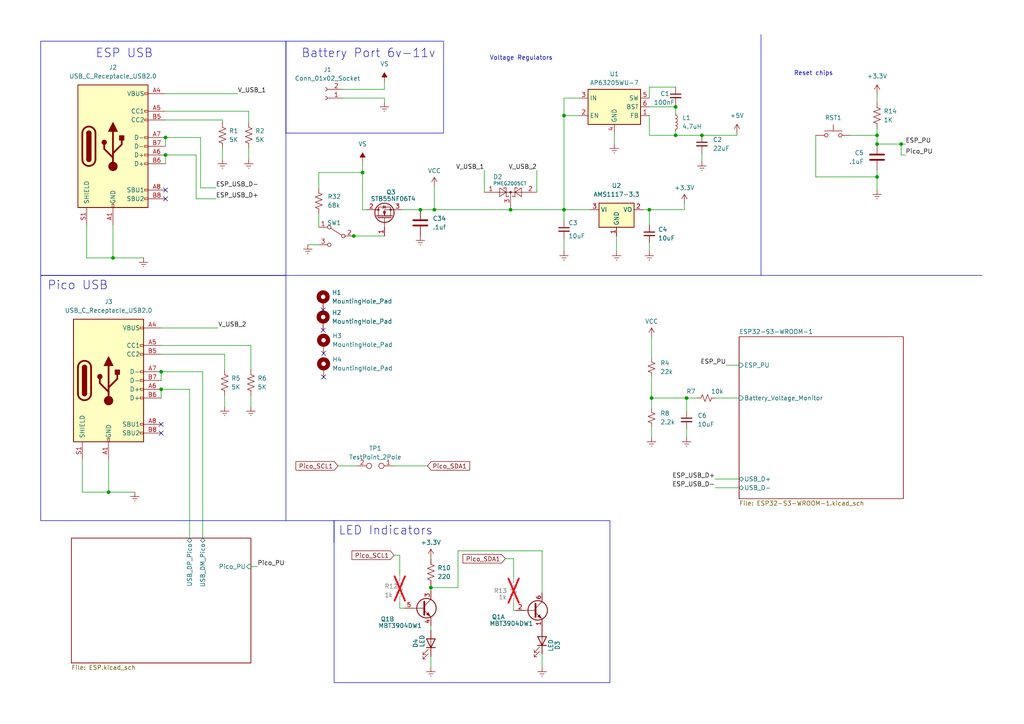
<source format=kicad_sch>
(kicad_sch (version 20230121) (generator eeschema)
  (paper "A4")
  (lib_symbols
    (symbol "Connector:Conn_01x02_Socket" (pin_names (offset 1.016) hide)
      (property "Reference" "J" (at 0 2.54 0))
      (property "Value" "Conn_01x02_Socket" (at 0 -5.08 0))
      (symbol "Conn_01x02_Socket_1_1"
        (arc (start 0 -2.032) (mid -0.5058 -2.54) (end 0 -3.048) (stroke (width 0.1524)))
        (polyline (pts (xy -1.27 -2.54) (xy -0.508 -2.54)) (stroke (width 0.1524)))
        (polyline (pts (xy -1.27 0) (xy -0.508 0)) (stroke (width 0.1524)))
        (arc (start 0 0.508) (mid -0.5058 0) (end 0 -0.508) (stroke (width 0.1524)))
        (pin passive line (at -5.08 0 0) (length 3.81) (name "Pin_1") (number "1"))
        (pin passive line (at -5.08 -2.54 0) (length 3.81) (name "Pin_2") (number "2"))
      )
    )
    (symbol "Connector:TestPoint_2Pole" (pin_names (offset 0.762) hide)
      (property "Reference" "TP" (at 0 1.524 0))
      (property "Value" "TestPoint_2Pole" (at 0 -1.778 0))
      (symbol "TestPoint_2Pole_0_1"
        (circle (center -1.778 0) (radius 0.762))
        (circle (center 1.778 0) (radius 0.762))
        (pin passive line (at -5.08 0 0) (length 2.54) (name "1") (number "1"))
        (pin passive line (at 5.08 0 180) (length 2.54) (name "2") (number "2"))
      )
    )
    (symbol "Connector:USB_C_Receptacle_USB2.0" (pin_names (offset 1.016))
      (property "Reference" "J" (at -10.16 19.05 0))
      (property "Value" "USB_C_Receptacle_USB2.0" (at 19.05 19.05 0))
      (symbol "USB_C_Receptacle_USB2.0_0_0"
        (rectangle (start -0.254 -17.78) (end 0.254 -16.764))
        (rectangle (start 10.16 -14.986) (end 9.144 -15.494))
        (rectangle (start 10.16 -12.446) (end 9.144 -12.954))
        (rectangle (start 10.16 -4.826) (end 9.144 -5.334))
        (rectangle (start 10.16 -2.286) (end 9.144 -2.794))
        (rectangle (start 10.16 0.254) (end 9.144 -0.254))
        (rectangle (start 10.16 2.794) (end 9.144 2.286))
        (rectangle (start 10.16 7.874) (end 9.144 7.366))
        (rectangle (start 10.16 10.414) (end 9.144 9.906))
        (rectangle (start 10.16 15.494) (end 9.144 14.986))
      )
      (symbol "USB_C_Receptacle_USB2.0_0_1"
        (rectangle (start -10.16 17.78) (end 10.16 -17.78) (stroke (width 0.254)) (fill (type background)))
        (arc (start -8.89 -3.81) (mid -6.985 -5.7067) (end -5.08 -3.81) (stroke (width 0.508)))
        (arc (start -7.62 -3.81) (mid -6.985 -4.4423) (end -6.35 -3.81) (stroke (width 0.254)))
        (arc (start -7.62 -3.81) (mid -6.985 -4.4423) (end -6.35 -3.81) (stroke (width 0.254)) (fill (type outline)))
        (rectangle (start -7.62 -3.81) (end -6.35 3.81) (stroke (width 0.254)) (fill (type outline)))
        (arc (start -6.35 3.81) (mid -6.985 4.4423) (end -7.62 3.81) (stroke (width 0.254)))
        (arc (start -6.35 3.81) (mid -6.985 4.4423) (end -7.62 3.81) (stroke (width 0.254)) (fill (type outline)))
        (arc (start -5.08 3.81) (mid -6.985 5.7067) (end -8.89 3.81) (stroke (width 0.508)))
        (circle (center -2.54 1.143) (radius 0.635) (stroke (width 0.254)) (fill (type outline)))
        (circle (center 0 -5.842) (radius 1.27) (fill (type outline)))
        (polyline (pts (xy -8.89 -3.81) (xy -8.89 3.81)) (stroke (width 0.508)))
        (polyline (pts (xy -5.08 3.81) (xy -5.08 -3.81)) (stroke (width 0.508)))
        (polyline (pts (xy 0 -5.842) (xy 0 4.318)) (stroke (width 0.508)))
        (polyline (pts (xy 0 -3.302) (xy -2.54 -0.762) (xy -2.54 0.508)) (stroke (width 0.508)))
        (polyline (pts (xy 0 -2.032) (xy 2.54 0.508) (xy 2.54 1.778)) (stroke (width 0.508)))
        (polyline (pts (xy -1.27 4.318) (xy 0 6.858) (xy 1.27 4.318) (xy -1.27 4.318)) (stroke (width 0.254)) (fill (type outline)))
        (rectangle (start 1.905 1.778) (end 3.175 3.048) (stroke (width 0.254)) (fill (type outline)))
      )
      (symbol "USB_C_Receptacle_USB2.0_1_1"
        (pin passive line (at 0 -22.86 90) (length 5.08) (name "GND") (number "A1"))
        (pin passive line (at 0 -22.86 90) (length 5.08) hide (name "GND") (number "A12"))
        (pin passive line (at 15.24 15.24 180) (length 5.08) (name "VBUS") (number "A4"))
        (pin bidirectional line (at 15.24 10.16 180) (length 5.08) (name "CC1") (number "A5"))
        (pin bidirectional line (at 15.24 -2.54 180) (length 5.08) (name "D+") (number "A6"))
        (pin bidirectional line (at 15.24 2.54 180) (length 5.08) (name "D-") (number "A7"))
        (pin bidirectional line (at 15.24 -12.7 180) (length 5.08) (name "SBU1") (number "A8"))
        (pin passive line (at 15.24 15.24 180) (length 5.08) hide (name "VBUS") (number "A9"))
        (pin passive line (at 0 -22.86 90) (length 5.08) hide (name "GND") (number "B1"))
        (pin passive line (at 0 -22.86 90) (length 5.08) hide (name "GND") (number "B12"))
        (pin passive line (at 15.24 15.24 180) (length 5.08) hide (name "VBUS") (number "B4"))
        (pin bidirectional line (at 15.24 7.62 180) (length 5.08) (name "CC2") (number "B5"))
        (pin bidirectional line (at 15.24 -5.08 180) (length 5.08) (name "D+") (number "B6"))
        (pin bidirectional line (at 15.24 0 180) (length 5.08) (name "D-") (number "B7"))
        (pin bidirectional line (at 15.24 -15.24 180) (length 5.08) (name "SBU2") (number "B8"))
        (pin passive line (at 15.24 15.24 180) (length 5.08) hide (name "VBUS") (number "B9"))
        (pin passive line (at -7.62 -22.86 90) (length 5.08) (name "SHIELD") (number "S1"))
      )
    )
    (symbol "Device:C" (pin_numbers hide) (pin_names (offset 0.254))
      (property "Reference" "C" (at 0.635 2.54 0))
      (property "Value" "C" (at 0.635 -2.54 0))
      (symbol "C_0_1"
        (polyline (pts (xy -2.032 -0.762) (xy 2.032 -0.762)) (stroke (width 0.508)))
        (polyline (pts (xy -2.032 0.762) (xy 2.032 0.762)) (stroke (width 0.508)))
      )
      (symbol "C_1_1"
        (pin passive line (at 0 3.81 270) (length 2.794) (name "~") (number "1"))
        (pin passive line (at 0 -3.81 90) (length 2.794) (name "~") (number "2"))
      )
    )
    (symbol "Device:C_Small" (pin_numbers hide) (pin_names (offset 0.254) hide)
      (property "Reference" "C" (at 0.254 1.778 0))
      (property "Value" "C_Small" (at 0.254 -2.032 0))
      (symbol "C_Small_0_1"
        (polyline (pts (xy -1.524 -0.508) (xy 1.524 -0.508)) (stroke (width 0.3302)))
        (polyline (pts (xy -1.524 0.508) (xy 1.524 0.508)) (stroke (width 0.3048)))
      )
      (symbol "C_Small_1_1"
        (pin passive line (at 0 2.54 270) (length 2.032) (name "~") (number "1"))
        (pin passive line (at 0 -2.54 90) (length 2.032) (name "~") (number "2"))
      )
    )
    (symbol "Device:LED" (pin_numbers hide) (pin_names (offset 1.016) hide)
      (property "Reference" "D" (at 0 2.54 0))
      (property "Value" "LED" (at 0 -2.54 0))
      (symbol "LED_0_1"
        (polyline (pts (xy -1.27 -1.27) (xy -1.27 1.27)) (stroke (width 0.254)))
        (polyline (pts (xy -1.27 0) (xy 1.27 0)))
        (polyline (pts (xy 1.27 -1.27) (xy 1.27 1.27) (xy -1.27 0) (xy 1.27 -1.27)) (stroke (width 0.254)))
        (polyline (pts (xy -3.048 -0.762) (xy -4.572 -2.286) (xy -3.81 -2.286) (xy -4.572 -2.286) (xy -4.572 -1.524)))
        (polyline (pts (xy -1.778 -0.762) (xy -3.302 -2.286) (xy -2.54 -2.286) (xy -3.302 -2.286) (xy -3.302 -1.524)))
      )
      (symbol "LED_1_1"
        (pin passive line (at -3.81 0 0) (length 2.54) (name "K") (number "1"))
        (pin passive line (at 3.81 0 180) (length 2.54) (name "A") (number "2"))
      )
    )
    (symbol "Device:L_Small" (pin_numbers hide) (pin_names (offset 0.254) hide)
      (property "Reference" "L" (at 0.762 1.016 0))
      (property "Value" "L_Small" (at 0.762 -1.016 0))
      (symbol "L_Small_0_1"
        (arc (start 0 -2.032) (mid 0.5058 -1.524) (end 0 -1.016))
        (arc (start 0 -1.016) (mid 0.5058 -0.508) (end 0 0))
        (arc (start 0 0) (mid 0.5058 0.508) (end 0 1.016))
        (arc (start 0 1.016) (mid 0.5058 1.524) (end 0 2.032))
      )
      (symbol "L_Small_1_1"
        (pin passive line (at 0 2.54 270) (length 0.508) (name "~") (number "1"))
        (pin passive line (at 0 -2.54 90) (length 0.508) (name "~") (number "2"))
      )
    )
    (symbol "Device:Q_NMOS_Depletion_GDS" (pin_names (offset 0) hide)
      (property "Reference" "Q" (at 5.08 1.905 0))
      (property "Value" "Q_NMOS_Depletion_GDS" (at 5.08 0 0))
      (symbol "Q_NMOS_Depletion_GDS_0_1"
        (polyline (pts (xy 0.254 0) (xy -2.54 0)))
        (polyline (pts (xy 0.254 1.905) (xy 0.254 -1.905)) (stroke (width 0.254)))
        (polyline (pts (xy 0.762 2.286) (xy 0.762 -2.286)) (stroke (width 0.254)))
        (polyline (pts (xy 2.54 2.54) (xy 2.54 1.778)))
        (polyline (pts (xy 2.54 -2.54) (xy 2.54 0) (xy 0.762 0)))
        (polyline (pts (xy 0.762 -1.778) (xy 3.302 -1.778) (xy 3.302 1.778) (xy 0.762 1.778)))
        (polyline (pts (xy 1.016 0) (xy 2.032 0.381) (xy 2.032 -0.381) (xy 1.016 0)) (fill (type outline)))
        (polyline (pts (xy 2.794 0.508) (xy 2.921 0.381) (xy 3.683 0.381) (xy 3.81 0.254)))
        (polyline (pts (xy 3.302 0.381) (xy 2.921 -0.254) (xy 3.683 -0.254) (xy 3.302 0.381)))
        (circle (center 1.651 0) (radius 2.794) (stroke (width 0.254)))
        (circle (center 2.54 -1.778) (radius 0.254) (fill (type outline)))
        (circle (center 2.54 1.778) (radius 0.254) (fill (type outline)))
      )
      (symbol "Q_NMOS_Depletion_GDS_1_1"
        (pin input line (at -5.08 0 0) (length 2.54) (name "G") (number "1"))
        (pin passive line (at 2.54 5.08 270) (length 2.54) (name "D") (number "2"))
        (pin passive line (at 2.54 -5.08 90) (length 2.54) (name "S") (number "3"))
      )
    )
    (symbol "Device:R_Small_US" (pin_numbers hide) (pin_names (offset 0.254) hide)
      (property "Reference" "R" (at 0.762 0.508 0))
      (property "Value" "R_Small_US" (at 0.762 -1.016 0))
      (symbol "R_Small_US_1_1"
        (polyline (pts (xy 0 0) (xy 1.016 -0.381) (xy 0 -0.762) (xy -1.016 -1.143) (xy 0 -1.524)))
        (polyline (pts (xy 0 1.524) (xy 1.016 1.143) (xy 0 0.762) (xy -1.016 0.381) (xy 0 0)))
        (pin passive line (at 0 2.54 270) (length 1.016) (name "~") (number "1"))
        (pin passive line (at 0 -2.54 90) (length 1.016) (name "~") (number "2"))
      )
    )
    (symbol "Device:R_US" (pin_numbers hide) (pin_names (offset 0))
      (property "Reference" "R" (at 2.54 0 90))
      (property "Value" "R_US" (at -2.54 0 90))
      (symbol "R_US_0_1"
        (polyline (pts (xy 0 -2.286) (xy 0 -2.54)))
        (polyline (pts (xy 0 2.286) (xy 0 2.54)))
        (polyline (pts (xy 0 -0.762) (xy 1.016 -1.143) (xy 0 -1.524) (xy -1.016 -1.905) (xy 0 -2.286)))
        (polyline (pts (xy 0 0.762) (xy 1.016 0.381) (xy 0 0) (xy -1.016 -0.381) (xy 0 -0.762)))
        (polyline (pts (xy 0 2.286) (xy 1.016 1.905) (xy 0 1.524) (xy -1.016 1.143) (xy 0 0.762)))
      )
      (symbol "R_US_1_1"
        (pin passive line (at 0 3.81 270) (length 1.27) (name "~") (number "1"))
        (pin passive line (at 0 -3.81 90) (length 1.27) (name "~") (number "2"))
      )
    )
    (symbol "Diode:BAT54C" (pin_names (offset 1.016))
      (property "Reference" "D" (at 0.635 -3.81 0))
      (property "Value" "BAT54C" (at -6.35 3.175 0))
      (symbol "BAT54C_0_1"
        (polyline (pts (xy -1.905 0) (xy 1.905 0)))
        (polyline (pts (xy -1.905 1.27) (xy -1.905 1.016)))
        (polyline (pts (xy -1.27 -1.27) (xy -0.635 -1.27)))
        (polyline (pts (xy -1.27 0) (xy -3.81 0)))
        (polyline (pts (xy -1.27 1.27) (xy -1.905 1.27)))
        (polyline (pts (xy -1.27 1.27) (xy -1.27 -1.27)))
        (polyline (pts (xy -0.635 -1.27) (xy -0.635 -1.016)))
        (polyline (pts (xy 0.635 -1.27) (xy 0.635 -1.016)))
        (polyline (pts (xy 1.27 -1.27) (xy 0.635 -1.27)))
        (polyline (pts (xy 1.27 1.27) (xy 1.27 -1.27)))
        (polyline (pts (xy 1.27 1.27) (xy 1.905 1.27)))
        (polyline (pts (xy 1.905 1.27) (xy 1.905 1.016)))
        (polyline (pts (xy 3.81 0) (xy 1.27 0)))
        (polyline (pts (xy -3.175 -1.27) (xy -3.175 1.27) (xy -1.27 0) (xy -3.175 -1.27)))
        (polyline (pts (xy 3.175 -1.27) (xy 3.175 1.27) (xy 1.27 0) (xy 3.175 -1.27)))
        (circle (center 0 0) (radius 0.254) (fill (type outline)))
      )
      (symbol "BAT54C_1_1"
        (pin passive line (at -7.62 0 0) (length 3.81) (name "~") (number "1"))
        (pin passive line (at 7.62 0 180) (length 3.81) (name "~") (number "2"))
        (pin passive line (at 0 -5.08 90) (length 5.08) (name "~") (number "3"))
      )
    )
    (symbol "Mechanical:MountingHole_Pad" (pin_numbers hide) (pin_names (offset 1.016) hide)
      (property "Reference" "H" (at 0 6.35 0))
      (property "Value" "MountingHole_Pad" (at 0 4.445 0))
      (symbol "MountingHole_Pad_0_1"
        (circle (center 0 1.27) (radius 1.27) (stroke (width 1.27)))
      )
      (symbol "MountingHole_Pad_1_1"
        (pin input line (at 0 -2.54 90) (length 2.54) (name "1") (number "1"))
      )
    )
    (symbol "Regulator_Linear:AMS1117-3.3"
      (property "Reference" "U" (at -3.81 3.175 0))
      (property "Value" "AMS1117-3.3" (at 0 3.175 0))
      (symbol "AMS1117-3.3_0_1"
        (rectangle (start -5.08 -5.08) (end 5.08 1.905) (stroke (width 0.254)) (fill (type background)))
      )
      (symbol "AMS1117-3.3_1_1"
        (pin power_in line (at 0 -7.62 90) (length 2.54) (name "GND") (number "1"))
        (pin power_out line (at 7.62 0 180) (length 2.54) (name "VO") (number "2"))
        (pin power_in line (at -7.62 0 0) (length 2.54) (name "VI") (number "3"))
      )
    )
    (symbol "Regulator_Switching:AP63205WU"
      (property "Reference" "U" (at -7.62 6.35 0))
      (property "Value" "AP63205WU" (at 2.54 6.35 0))
      (symbol "AP63205WU_0_1"
        (rectangle (start -7.62 5.08) (end 7.62 -5.08) (stroke (width 0.254)) (fill (type background)))
      )
      (symbol "AP63205WU_1_1"
        (pin input line (at 10.16 -2.54 180) (length 2.54) (name "FB") (number "1"))
        (pin input line (at -10.16 -2.54 0) (length 2.54) (name "EN") (number "2"))
        (pin power_in line (at -10.16 2.54 0) (length 2.54) (name "IN") (number "3"))
        (pin power_in line (at 0 -7.62 90) (length 2.54) (name "GND") (number "4"))
        (pin output line (at 10.16 2.54 180) (length 2.54) (name "SW") (number "5"))
        (pin passive line (at 10.16 0 180) (length 2.54) (name "BST") (number "6"))
      )
    )
    (symbol "Switch:SW_Push" (pin_numbers hide) (pin_names (offset 1.016) hide)
      (property "Reference" "SW" (at 1.27 2.54 0))
      (property "Value" "SW_Push" (at 0 -1.524 0))
      (symbol "SW_Push_0_1"
        (circle (center -2.032 0) (radius 0.508))
        (polyline (pts (xy 0 1.27) (xy 0 3.048)))
        (polyline (pts (xy 2.54 1.27) (xy -2.54 1.27)))
        (circle (center 2.032 0) (radius 0.508))
        (pin passive line (at -5.08 0 0) (length 2.54) (name "1") (number "1"))
        (pin passive line (at 5.08 0 180) (length 2.54) (name "2") (number "2"))
      )
    )
    (symbol "Switch:SW_SPDT" (pin_names (offset 0) hide)
      (property "Reference" "SW" (at 0 4.318 0))
      (property "Value" "SW_SPDT" (at 0 -5.08 0))
      (symbol "SW_SPDT_0_0"
        (circle (center -2.032 0) (radius 0.508))
        (circle (center 2.032 -2.54) (radius 0.508))
      )
      (symbol "SW_SPDT_0_1"
        (polyline (pts (xy -1.524 0.254) (xy 1.651 2.286)))
        (circle (center 2.032 2.54) (radius 0.508))
      )
      (symbol "SW_SPDT_1_1"
        (pin passive line (at 5.08 2.54 180) (length 2.54) (name "A") (number "1"))
        (pin passive line (at -5.08 0 0) (length 2.54) (name "B") (number "2"))
        (pin passive line (at 5.08 -2.54 180) (length 2.54) (name "C") (number "3"))
      )
    )
    (symbol "Transistor_BJT:MBT3904DW1" (pin_names (offset 0) hide)
      (property "Reference" "Q" (at 5.08 1.27 0))
      (property "Value" "MBT3904DW1" (at 5.08 -1.27 0))
      (symbol "MBT3904DW1_0_1"
        (polyline (pts (xy 0.635 0) (xy -2.54 0)))
        (polyline (pts (xy 0.635 0.635) (xy 2.54 2.54)))
        (polyline (pts (xy 0.635 -0.635) (xy 2.54 -2.54) (xy 2.54 -2.54)))
        (polyline (pts (xy 0.635 1.905) (xy 0.635 -1.905) (xy 0.635 -1.905)) (stroke (width 0.508)))
        (polyline (pts (xy 1.27 -1.778) (xy 1.778 -1.27) (xy 2.286 -2.286) (xy 1.27 -1.778) (xy 1.27 -1.778)) (fill (type outline)))
        (circle (center 1.27 0) (radius 2.8194) (stroke (width 0.254)))
      )
      (symbol "MBT3904DW1_1_1"
        (pin passive line (at 2.54 -5.08 90) (length 2.54) (name "E1") (number "1"))
        (pin input line (at -5.08 0 0) (length 2.54) (name "B1") (number "2"))
        (pin passive line (at 2.54 5.08 270) (length 2.54) (name "C1") (number "6"))
      )
      (symbol "MBT3904DW1_2_1"
        (pin passive line (at 2.54 5.08 270) (length 2.54) (name "C2") (number "3"))
        (pin passive line (at 2.54 -5.08 90) (length 2.54) (name "E2") (number "4"))
        (pin input line (at -5.08 0 0) (length 2.54) (name "B2") (number "5"))
      )
    )
    (symbol "power:+3.3V" (power) (pin_names (offset 0))
      (property "Value" "+3.3V" (at 0 3.556 0))
      (symbol "+3.3V_0_1"
        (polyline (pts (xy -0.762 1.27) (xy 0 2.54)))
        (polyline (pts (xy 0 0) (xy 0 2.54)))
        (polyline (pts (xy 0 2.54) (xy 0.762 1.27)))
      )
      (symbol "+3.3V_1_1"
        (pin power_in line (at 0 0 90) (length 0) hide (name "+3.3V") (number "1"))
      )
    )
    (symbol "power:+5V" (power) (pin_names (offset 0))
      (property "Value" "+5V" (at 0 3.556 0))
      (symbol "+5V_0_1"
        (polyline (pts (xy -0.762 1.27) (xy 0 2.54)))
        (polyline (pts (xy 0 0) (xy 0 2.54)))
        (polyline (pts (xy 0 2.54) (xy 0.762 1.27)))
      )
      (symbol "+5V_1_1"
        (pin power_in line (at 0 0 90) (length 0) hide (name "+5V") (number "1"))
      )
    )
    (symbol "power:Earth" (power) (pin_names (offset 0))
      (symbol "Earth_0_1"
        (polyline (pts (xy -0.635 -1.905) (xy 0.635 -1.905)))
        (polyline (pts (xy -0.127 -2.54) (xy 0.127 -2.54)))
        (polyline (pts (xy 0 -1.27) (xy 0 0)))
        (polyline (pts (xy 1.27 -1.27) (xy -1.27 -1.27)))
      )
      (symbol "Earth_1_1"
        (pin power_in line (at 0 0 270) (length 0) hide (name "Earth") (number "1"))
      )
    )
    (symbol "power:VCC" (power) (pin_names (offset 0))
      (property "Value" "VCC" (at 0 3.81 0))
      (symbol "VCC_0_1"
        (polyline (pts (xy -0.762 1.27) (xy 0 2.54)))
        (polyline (pts (xy 0 0) (xy 0 2.54)))
        (polyline (pts (xy 0 2.54) (xy 0.762 1.27)))
      )
      (symbol "VCC_1_1"
        (pin power_in line (at 0 0 90) (length 0) hide (name "VCC") (number "1"))
      )
    )
    (symbol "power:VS" (power) (pin_names (offset 0))
      (property "Value" "VS" (at 0 3.81 0))
      (symbol "VS_0_1"
        (polyline (pts (xy 0 0) (xy 0 2.54)))
        (polyline (pts (xy 0.762 1.27) (xy -0.762 1.27) (xy 0 2.54) (xy 0.762 1.27)) (fill (type outline)))
      )
      (symbol "VS_1_1"
        (pin power_in line (at 0 0 90) (length 0) hide (name "VS") (number "1"))
      )
    )
  )
  (junction (at 124.968 170.434))
  (junction (at 261.366 41.783))
  (junction (at 163.576 33.528))
  (junction (at 188.976 115.443))
  (junction (at 254.381 41.783))
  (junction (at 102.616 68.453))
  (junction (at 48.006 39.878))
  (junction (at 125.984 60.833))
  (junction (at 32.766 74.803))
  (junction (at 203.581 39.243))
  (junction (at 254.381 39.243))
  (junction (at 163.576 60.833))
  (junction (at 121.92 60.833))
  (junction (at 31.496 142.748))
  (junction (at 195.961 39.243))
  (junction (at 254.381 51.308))
  (junction (at 195.961 30.988))
  (junction (at 199.136 115.443))
  (junction (at 148.082 60.833))
  (junction (at 105.156 50.038))
  (junction (at 46.736 112.903))
  (junction (at 48.006 44.958))
  (junction (at 188.341 60.833))
  (junction (at 46.736 107.823))
  (no_connect (at 93.853 109.347))
  (no_connect (at 48.006 55.118))
  (no_connect (at 93.853 102.489))
  (no_connect (at 46.736 125.603))
  (no_connect (at 93.726 89.916))
  (no_connect (at 93.726 95.758))
  (no_connect (at 48.006 57.658))
  (no_connect (at 46.736 123.063))
  (polyline (pts (xy 220.726 79.883) (xy 220.726 10.033)))
  (wire (pts (xy 58.166 39.878) (xy 58.166 54.483)))
  (wire (pts (xy 163.576 33.528) (xy 168.021 33.528)))
  (wire (pts (xy 195.961 30.988) (xy 195.961 32.893)))
  (wire (pts (xy 48.006 32.258) (xy 72.136 32.258)))
  (wire (pts (xy 46.736 107.823) (xy 46.736 110.363)))
  (wire (pts (xy 254.381 55.118) (xy 254.381 51.308)))
  (wire (pts (xy 111.506 23.622) (xy 111.506 25.908)))
  (polyline (pts (xy 220.726 79.883) (xy 284.861 79.883)))
  (wire (pts (xy 188.341 39.243) (xy 188.341 33.528)))
  (polyline (pts (xy 82.931 151.003) (xy 96.901 151.003)))
  (wire (pts (xy 124.968 181.483) (xy 124.968 182.753)))
  (wire (pts (xy 116.586 60.833) (xy 121.92 60.833)))
  (wire (pts (xy 58.166 54.483) (xy 62.611 54.483)))
  (wire (pts (xy 115.951 161.036) (xy 115.951 166.878)))
  (wire (pts (xy 105.156 60.833) (xy 106.426 60.833)))
  (wire (pts (xy 148.971 175.133) (xy 148.971 177.038)))
  (wire (pts (xy 195.961 39.243) (xy 188.341 39.243)))
  (wire (pts (xy 54.991 112.903) (xy 46.736 112.903)))
  (wire (pts (xy 261.366 41.783) (xy 254.381 41.783)))
  (wire (pts (xy 198.501 60.833) (xy 198.501 58.928)))
  (wire (pts (xy 72.136 32.258) (xy 72.136 35.433)))
  (wire (pts (xy 124.968 170.434) (xy 124.968 171.323)))
  (wire (pts (xy 125.984 53.975) (xy 125.984 60.833)))
  (wire (pts (xy 195.961 39.243) (xy 203.581 39.243)))
  (wire (pts (xy 188.976 109.093) (xy 188.976 115.443)))
  (wire (pts (xy 178.816 72.898) (xy 178.816 68.453)))
  (wire (pts (xy 213.741 39.243) (xy 213.741 38.608)))
  (wire (pts (xy 48.006 27.178) (xy 68.961 27.178)))
  (wire (pts (xy 31.496 142.748) (xy 39.116 142.748)))
  (wire (pts (xy 105.156 50.038) (xy 105.156 60.833)))
  (wire (pts (xy 92.456 54.483) (xy 92.456 50.038)))
  (polyline (pts (xy 96.901 151.003) (xy 96.901 157.353)))
  (wire (pts (xy 186.436 60.833) (xy 188.341 60.833)))
  (wire (pts (xy 124.968 169.799) (xy 124.968 170.434)))
  (wire (pts (xy 236.601 51.308) (xy 254.381 51.308)))
  (polyline (pts (xy 82.931 79.883) (xy 220.726 79.883)))
  (wire (pts (xy 207.391 138.938) (xy 214.376 138.938)))
  (wire (pts (xy 48.006 39.878) (xy 48.006 42.418)))
  (wire (pts (xy 62.611 57.658) (xy 56.896 57.658)))
  (wire (pts (xy 105.156 46.863) (xy 105.156 50.038)))
  (wire (pts (xy 46.736 102.743) (xy 65.151 102.743)))
  (wire (pts (xy 99.441 28.448) (xy 111.506 28.448)))
  (wire (pts (xy 262.636 41.783) (xy 261.366 41.783)))
  (wire (pts (xy 146.558 162.052) (xy 148.971 162.052)))
  (wire (pts (xy 56.896 57.658) (xy 56.896 44.958)))
  (wire (pts (xy 188.976 115.443) (xy 188.976 118.618)))
  (wire (pts (xy 64.516 43.053) (xy 64.516 46.228)))
  (wire (pts (xy 148.971 177.038) (xy 149.606 177.038)))
  (wire (pts (xy 254.381 39.243) (xy 246.761 39.243)))
  (wire (pts (xy 195.961 37.973) (xy 195.961 39.243)))
  (wire (pts (xy 72.136 46.228) (xy 72.136 43.053)))
  (wire (pts (xy 261.366 41.783) (xy 261.366 44.958)))
  (wire (pts (xy 121.92 60.833) (xy 125.984 60.833)))
  (wire (pts (xy 25.146 74.803) (xy 32.766 74.803)))
  (wire (pts (xy 125.984 60.833) (xy 148.082 60.833)))
  (wire (pts (xy 155.702 49.403) (xy 155.702 55.753)))
  (wire (pts (xy 213.741 39.243) (xy 203.581 39.243)))
  (wire (pts (xy 254.381 49.403) (xy 254.381 51.308)))
  (wire (pts (xy 157.226 189.738) (xy 157.226 193.548)))
  (wire (pts (xy 98.044 135.128) (xy 103.759 135.128)))
  (wire (pts (xy 65.151 114.808) (xy 65.151 117.983)))
  (wire (pts (xy 188.341 72.898) (xy 188.341 70.358)))
  (wire (pts (xy 115.951 176.403) (xy 115.951 174.498)))
  (wire (pts (xy 254.381 39.243) (xy 254.381 41.783)))
  (wire (pts (xy 64.516 34.798) (xy 64.516 35.433)))
  (wire (pts (xy 188.341 60.833) (xy 198.501 60.833)))
  (wire (pts (xy 199.136 115.443) (xy 202.311 115.443)))
  (wire (pts (xy 101.981 68.453) (xy 102.616 68.453)))
  (wire (pts (xy 46.736 112.903) (xy 46.736 115.443)))
  (wire (pts (xy 163.576 60.833) (xy 171.196 60.833)))
  (wire (pts (xy 31.496 133.223) (xy 31.496 142.748)))
  (wire (pts (xy 48.006 44.958) (xy 56.896 44.958)))
  (wire (pts (xy 65.151 102.743) (xy 65.151 107.188)))
  (wire (pts (xy 92.456 50.038) (xy 105.156 50.038)))
  (wire (pts (xy 117.348 176.403) (xy 115.951 176.403)))
  (wire (pts (xy 58.801 107.823) (xy 46.736 107.823)))
  (wire (pts (xy 46.736 95.123) (xy 63.246 95.123)))
  (wire (pts (xy 92.456 65.913) (xy 92.456 62.103)))
  (wire (pts (xy 207.391 141.478) (xy 214.376 141.478)))
  (wire (pts (xy 195.961 30.353) (xy 195.961 30.988)))
  (wire (pts (xy 72.771 164.338) (xy 74.676 164.338)))
  (wire (pts (xy 54.991 112.903) (xy 54.991 156.083)))
  (wire (pts (xy 148.082 60.833) (xy 163.576 60.833)))
  (wire (pts (xy 163.576 72.898) (xy 163.576 69.088)))
  (wire (pts (xy 188.976 126.873) (xy 188.976 123.698)))
  (wire (pts (xy 48.006 39.878) (xy 58.166 39.878)))
  (wire (pts (xy 163.576 33.528) (xy 163.576 60.833)))
  (wire (pts (xy 188.341 25.273) (xy 188.341 28.448)))
  (wire (pts (xy 188.341 30.988) (xy 195.961 30.988)))
  (wire (pts (xy 199.136 126.873) (xy 199.136 124.333)))
  (wire (pts (xy 210.566 105.918) (xy 214.376 105.918)))
  (wire (pts (xy 188.341 60.833) (xy 188.341 65.278)))
  (wire (pts (xy 163.576 28.448) (xy 163.576 33.528)))
  (wire (pts (xy 124.968 161.798) (xy 124.968 162.179)))
  (wire (pts (xy 254.381 29.718) (xy 254.381 27.178)))
  (wire (pts (xy 195.961 25.273) (xy 188.341 25.273)))
  (wire (pts (xy 207.391 115.443) (xy 214.376 115.443)))
  (wire (pts (xy 203.581 46.863) (xy 203.581 44.323)))
  (wire (pts (xy 25.146 65.278) (xy 25.146 74.803)))
  (wire (pts (xy 140.462 49.403) (xy 140.462 55.753)))
  (wire (pts (xy 188.976 115.443) (xy 199.136 115.443)))
  (wire (pts (xy 46.736 100.203) (xy 72.771 100.203)))
  (wire (pts (xy 111.506 25.908) (xy 99.441 25.908)))
  (wire (pts (xy 199.136 119.253) (xy 199.136 115.443)))
  (wire (pts (xy 58.801 107.823) (xy 58.801 156.083)))
  (wire (pts (xy 32.766 74.803) (xy 41.656 74.803)))
  (wire (pts (xy 32.766 65.278) (xy 32.766 74.803)))
  (wire (pts (xy 72.771 117.983) (xy 72.771 114.808)))
  (wire (pts (xy 48.006 44.958) (xy 48.006 47.498)))
  (wire (pts (xy 148.971 162.052) (xy 148.971 167.513)))
  (wire (pts (xy 124.968 170.434) (xy 132.842 170.434)))
  (wire (pts (xy 23.876 133.223) (xy 23.876 142.748)))
  (wire (pts (xy 163.576 60.833) (xy 163.576 64.008)))
  (wire (pts (xy 124.968 190.373) (xy 124.968 193.548)))
  (wire (pts (xy 132.842 159.766) (xy 157.226 159.766)))
  (wire (pts (xy 23.876 142.748) (xy 31.496 142.748)))
  (wire (pts (xy 188.976 97.663) (xy 188.976 104.013)))
  (wire (pts (xy 178.181 41.783) (xy 178.181 38.608)))
  (wire (pts (xy 261.366 44.958) (xy 262.636 44.958)))
  (wire (pts (xy 111.506 28.448) (xy 111.506 29.718)))
  (wire (pts (xy 163.576 28.448) (xy 168.021 28.448)))
  (wire (pts (xy 102.616 68.453) (xy 111.506 68.453)))
  (wire (pts (xy 132.842 170.434) (xy 132.842 159.766)))
  (wire (pts (xy 89.281 70.993) (xy 92.456 70.993)))
  (wire (pts (xy 48.006 34.798) (xy 64.516 34.798)))
  (wire (pts (xy 254.381 39.243) (xy 254.381 37.338)))
  (wire (pts (xy 114.3 161.036) (xy 115.951 161.036)))
  (wire (pts (xy 157.226 159.766) (xy 157.226 171.958)))
  (wire (pts (xy 236.601 39.243) (xy 236.601 51.308)))
  (wire (pts (xy 113.919 135.128) (xy 123.952 135.128)))
  (wire (pts (xy 72.771 100.203) (xy 72.771 107.188)))
  (rectangle (start 82.931 11.938) (end 128.651 38.608))
  (rectangle (start 96.901 151.003) (end 176.911 197.993))
  (rectangle (start 11.811 11.938) (end 82.931 79.883))
  (rectangle (start 11.811 79.883) (end 82.931 151.003))
  (text "LED Indicators" (at 98.171 155.448 0) (effects (font (size 2.5 2.5)) (justify left bottom)))
  (text "ESP USB" (at 27.686 17.018 0) (effects (font (size 2.5 2.5)) (justify left bottom)))
  (text "Reset chips\n" (at 230.251 22.098 0) (effects (font (size 1.27 1.27)) (justify left bottom)))
  (text "Battery Port 6v-11v\n" (at 87.376 17.018 0) (effects (font (size 2.5 2.5)) (justify left bottom)))
  (text "Pico USB" (at 13.716 84.328 0) (effects (font (size 2.5 2.5)) (justify left bottom)))
  (text "Voltage Regulators" (at 141.986 17.653 0) (effects (font (size 1.27 1.27)) (justify left bottom)))
  (label "V_USB_1" (at 68.961 27.178 0))
  (label "ESP_PU" (at 210.566 105.918 180))
  (label "V_USB_2" (at 63.246 95.123 0))
  (label "ESP_USB_D+" (at 62.611 57.658 0))
  (label "Pico_PU" (at 74.676 164.338 0))
  (label "ESP_USB_D-" (at 207.391 141.478 180))
  (label "Pico_PU" (at 262.636 44.958 0))
  (label "ESP_USB_D+" (at 207.391 138.938 180))
  (label "V_USB_1" (at 140.462 49.403 180))
  (label "V_USB_2" (at 155.702 49.403 180))
  (label "ESP_PU" (at 262.636 41.783 0))
  (label "ESP_USB_D-" (at 62.611 54.483 0))
  (global_label "Pico_SCL1" (shape input) (at 98.044 135.128 180) (property "Intersheetrefs" "${INTERSHEET_REFS}" (effects hide)))
  (global_label "Pico_SDA1" (shape input) (at 123.952 135.128 0) (property "Intersheetrefs" "${INTERSHEET_REFS}" (effects hide)))
  (global_label "Pico_SCL1" (shape input) (at 114.3 161.036 180) (property "Intersheetrefs" "${INTERSHEET_REFS}" (effects hide)))
  (global_label "Pico_SDA1" (shape input) (at 146.558 162.052 180) (property "Intersheetrefs" "${INTERSHEET_REFS}" (effects hide)))
  (symbol (lib_id "Regulator_Linear:AMS1117-3.3") (at 178.816 60.833 0) (unit 1)
    (property "Reference" "U2" (at 178.816 53.848 0))
    (property "Value" "AMS1117-3.3" (at 178.816 56.388 0))
    (property "Footprint" "Package_TO_SOT_SMD:SOT-223-3_TabPin2" (effects hide))
    (property "Datasheet" "http://www.advanced-monolithic.com/pdf/ds1117.pdf" (effects hide))
  )
  (symbol (lib_id "Mechanical:MountingHole_Pad") (at 93.853 106.807 0) (unit 1)
    (property "Reference" "H4" (at 96.393 104.267 0) (effects (justify left)))
    (property "Value" "MountingHole_Pad" (at 96.393 106.807 0) (effects (justify left)))
    (property "Footprint" "MountingHole:MountingHole_3.2mm_M3_ISO14580_Pad_TopOnly" (effects hide))
  )
  (symbol (lib_id "Connector:TestPoint_2Pole") (at 108.839 135.128 180) (unit 1)
    (property "Reference" "TP1" (at 108.839 130.048 0))
    (property "Value" "TestPoint_2Pole" (at 108.839 132.588 0))
    (property "Footprint" "TestPoint:TestPoint_2Pads_Pitch2.54mm_Drill0.8mm" (effects hide))
  )
  (symbol (lib_id "Device:C_Small") (at 199.136 121.793 0) (unit 1)
    (property "Reference" "C6" (at 202.311 120.5293 0) (effects (justify left)))
    (property "Value" "10uF" (at 202.311 123.0693 0) (effects (justify left)))
    (property "Footprint" "Capacitor_SMD:C_0402_1005Metric" (effects hide))
  )
  (symbol (lib_id "power:VS") (at 111.506 23.622 0) (unit 1)
    (property "Reference" "#PWR0107" (effects hide))
    (property "Value" "VS" (at 111.506 18.542 0))
  )
  (symbol (lib_id "Switch:SW_SPDT") (at 97.536 68.453 0) (mirror y) (unit 1)
    (property "Reference" "SW1" (at 96.901 64.643 0))
    (property "Value" "CAS-120A1" (effects hide))
    (property "Footprint" "switch185:1825232-1_TEC" (effects hide))
  )
  (symbol (lib_id "Device:R_Small_US") (at 188.976 106.553 0) (unit 1)
    (property "Reference" "R4" (at 191.516 105.283 0) (effects (justify left)))
    (property "Value" "22k" (at 191.516 107.823 0) (effects (justify left)))
    (property "Footprint" "Resistor_SMD:R_0402_1005Metric" (effects hide))
  )
  (symbol (lib_id "Device:R_US") (at 92.456 58.293 0) (unit 1)
    (property "Reference" "R32" (at 94.996 57.023 0) (effects (justify left)))
    (property "Value" "68k" (at 94.996 59.563 0) (effects (justify left)))
    (property "Footprint" "Resistor_SMD:R_0402_1005Metric" (effects hide))
  )
  (symbol (lib_id "power:VS") (at 105.156 46.863 0) (unit 1)
    (property "Reference" "#PWR05" (effects hide))
    (property "Value" "VS" (at 105.156 41.783 0))
  )
  (symbol (lib_id "power:Earth") (at 111.506 29.718 0) (unit 1)
    (property "Reference" "#PWR02" (effects hide))
    (property "Value" "Earth" (effects hide))
  )
  (symbol (lib_id "Switch:SW_Push") (at 241.681 39.243 0) (mirror y) (unit 1)
    (property "Reference" "RST1" (at 241.681 34.163 0))
    (property "Value" "SW_Push" (effects hide))
    (property "Footprint" "Button_Switch_SMD:SW_SPST_PTS645" (effects hide))
  )
  (symbol (lib_id "power:Earth") (at 188.341 72.898 0) (unit 1)
    (property "Reference" "#PWR012" (effects hide))
    (property "Value" "Earth" (effects hide))
  )
  (symbol (lib_id "power:VCC") (at 125.984 53.975 0) (unit 1)
    (property "Reference" "#PWR01" (effects hide))
    (property "Value" "VCC" (at 125.984 49.53 0))
  )
  (symbol (lib_id "Mechanical:MountingHole_Pad") (at 93.853 99.949 0) (unit 1)
    (property "Reference" "H3" (at 96.393 97.409 0) (effects (justify left)))
    (property "Value" "MountingHole_Pad" (at 96.393 99.949 0) (effects (justify left)))
    (property "Footprint" "MountingHole:MountingHole_3.2mm_M3_ISO14580_Pad_TopOnly" (effects hide))
  )
  (symbol (lib_id "Connector:USB_C_Receptacle_USB2.0") (at 32.766 42.418 0) (unit 1)
    (property "Reference" "J2" (at 32.766 19.558 0))
    (property "Value" "USB_C_Receptacle_USB2.0" (at 32.766 22.098 0))
    (property "Footprint" "Connector_USB:USB_C_Receptacle_GCT_USB4105-xx-A_16P_TopMnt_Horizontal" (effects hide))
    (property "Datasheet" "https://www.usb.org/sites/default/files/documents/usb_type-c.zip" (effects hide))
  )
  (symbol (lib_id "Connector:USB_C_Receptacle_USB2.0") (at 31.496 110.363 0) (unit 1)
    (property "Reference" "J3" (at 31.496 87.503 0))
    (property "Value" "USB_C_Receptacle_USB2.0" (at 31.496 90.043 0))
    (property "Footprint" "Connector_USB:USB_C_Receptacle_GCT_USB4105-xx-A_16P_TopMnt_Horizontal" (effects hide))
    (property "Datasheet" "https://www.usb.org/sites/default/files/documents/usb_type-c.zip" (effects hide))
  )
  (symbol (lib_id "power:Earth") (at 178.816 72.898 0) (unit 1)
    (property "Reference" "#PWR011" (effects hide))
    (property "Value" "Earth" (effects hide))
  )
  (symbol (lib_id "Device:R_Small_US") (at 188.976 121.158 0) (unit 1)
    (property "Reference" "R8" (at 191.516 119.888 0) (effects (justify left)))
    (property "Value" "2.2k" (at 191.516 122.428 0) (effects (justify left)))
    (property "Footprint" "Resistor_SMD:R_0402_1005Metric" (effects hide))
  )
  (symbol (lib_id "Device:R_US") (at 72.136 39.243 0) (unit 1)
    (property "Reference" "R2" (at 74.041 37.973 0) (effects (justify left)))
    (property "Value" "5K" (at 74.041 40.513 0) (effects (justify left)))
    (property "Footprint" "Resistor_SMD:R_0402_1005Metric" (effects hide))
  )
  (symbol (lib_id "Device:C") (at 254.381 45.593 0) (mirror y) (unit 1)
    (property "Reference" "C5" (at 250.571 44.323 0) (effects (justify left)))
    (property "Value" ".1uF" (at 250.571 46.863 0) (effects (justify left)))
    (property "Footprint" "Capacitor_SMD:C_0402_1005Metric" (effects hide))
  )
  (symbol (lib_id "power:VCC") (at 188.976 97.663 0) (unit 1)
    (property "Reference" "#PWR014" (effects hide))
    (property "Value" "VCC" (at 188.976 93.218 0))
  )
  (symbol (lib_id "power:Earth") (at 188.976 126.873 0) (unit 1)
    (property "Reference" "#PWR019" (effects hide))
    (property "Value" "Earth" (effects hide))
  )
  (symbol (lib_id "Device:R_US") (at 124.968 165.989 0) (unit 1)
    (property "Reference" "R10" (at 126.873 164.719 0) (effects (justify left)))
    (property "Value" "220" (at 126.873 167.259 0) (effects (justify left)))
    (property "Footprint" "Resistor_SMD:R_0402_1005Metric" (effects hide))
  )
  (symbol (lib_id "Diode:BAT54C") (at 148.082 55.753 0) (unit 1)
    (property "Reference" "D2" (at 143.002 51.308 0) (effects (justify left)))
    (property "Value" "PMEG2005CT" (at 143.002 53.213 0) (effects (font (size 1 1)) (justify left)))
    (property "Footprint" "Package_TO_SOT_SMD:SOT-23" (effects hide))
    (property "Datasheet" "https://assets.nexperia.com/documents/data-sheet/PMEG2005CT.pdf" (effects hide))
  )
  (symbol (lib_id "Device:Q_NMOS_Depletion_GDS") (at 111.506 63.373 90) (unit 1)
    (property "Reference" "Q3" (at 113.411 55.753 90))
    (property "Value" "STB55NF06T4" (at 114.046 57.658 90))
    (property "Footprint" "Package_TO_SOT_SMD:TO-263-2" (effects hide))
  )
  (symbol (lib_id "Mechanical:MountingHole_Pad") (at 93.726 93.218 0) (unit 1)
    (property "Reference" "H2" (at 96.266 90.678 0) (effects (justify left)))
    (property "Value" "MountingHole_Pad" (at 96.266 93.218 0) (effects (justify left)))
    (property "Footprint" "MountingHole:MountingHole_3.2mm_M3_ISO14580_Pad_TopOnly" (effects hide))
  )
  (symbol (lib_id "Connector:Conn_01x02_Socket") (at 94.361 28.448 180) (unit 1)
    (property "Reference" "J1" (at 94.996 20.193 0))
    (property "Value" "Conn_01x02_Socket" (at 94.996 22.733 0))
    (property "Footprint" "Connector_JST:JST_XH_S2B-XH-A-1_1x02_P2.50mm_Horizontal" (effects hide))
  )
  (symbol (lib_id "power:+3.3V") (at 198.501 58.928 0) (unit 1)
    (property "Reference" "#PWR09" (effects hide))
    (property "Value" "+3.3V" (at 198.501 54.483 0))
  )
  (symbol (lib_id "power:Earth") (at 203.581 46.863 0) (unit 1)
    (property "Reference" "#PWR08" (effects hide))
    (property "Value" "Earth" (effects hide))
  )
  (symbol (lib_id "power:Earth") (at 121.92 68.453 0) (unit 1)
    (property "Reference" "#PWR0115" (effects hide))
    (property "Value" "Earth" (effects hide))
  )
  (symbol (lib_id "power:Earth") (at 72.771 117.983 0) (unit 1)
    (property "Reference" "#PWR017" (effects hide))
    (property "Value" "Earth" (effects hide))
  )
  (symbol (lib_id "Device:LED") (at 157.226 185.928 270) (mirror x) (unit 1)
    (property "Reference" "D3" (at 161.671 187.198 0))
    (property "Value" "LED" (at 159.766 187.198 0))
    (property "Footprint" "LED_SMD:LED_0402_1005Metric" (effects hide))
  )
  (symbol (lib_id "Device:C_Small") (at 203.581 41.783 0) (unit 1)
    (property "Reference" "C2" (at 206.756 40.5193 0) (effects (justify left)))
    (property "Value" "22uF" (at 206.756 43.0593 0) (effects (justify left)))
    (property "Footprint" "Capacitor_SMD:C_Elec_6.3x5.8" (effects hide))
    (property "Datasheet" "https://content.kemet.com/datasheets/KEM_A4088_A768.pdf" (effects hide))
  )
  (symbol (lib_id "Device:L_Small") (at 195.961 35.433 0) (unit 1)
    (property "Reference" "L1" (at 197.866 34.163 0) (effects (justify left)))
    (property "Value" "4.7uH" (at 197.866 36.703 0) (effects (justify left)))
    (property "Footprint" "Inductor_SMD:L_1008_2520Metric" (effects hide))
  )
  (symbol (lib_id "Device:C_Small") (at 163.576 66.548 0) (unit 1)
    (property "Reference" "C3" (at 164.846 64.643 0) (effects (justify left)))
    (property "Value" "10uF" (at 164.846 68.453 0) (effects (justify left)))
    (property "Footprint" "Capacitor_SMD:C_0805_2012Metric" (effects hide))
  )
  (symbol (lib_id "power:Earth") (at 65.151 117.983 0) (unit 1)
    (property "Reference" "#PWR016" (effects hide))
    (property "Value" "Earth" (effects hide))
  )
  (symbol (lib_id "Device:R_US") (at 72.771 110.998 0) (unit 1)
    (property "Reference" "R6" (at 74.676 109.728 0) (effects (justify left)))
    (property "Value" "5K" (at 74.676 112.268 0) (effects (justify left)))
    (property "Footprint" "Resistor_SMD:R_0402_1005Metric" (effects hide))
  )
  (symbol (lib_id "Device:C_Small") (at 188.341 67.818 0) (unit 1)
    (property "Reference" "C4" (at 190.881 66.5543 0) (effects (justify left)))
    (property "Value" "10uF" (at 190.881 69.0943 0) (effects (justify left)))
    (property "Footprint" "Capacitor_SMD:C_0402_1005Metric" (effects hide))
  )
  (symbol (lib_id "power:Earth") (at 72.136 46.228 0) (unit 1)
    (property "Reference" "#PWR07" (effects hide))
    (property "Value" "Earth" (effects hide))
  )
  (symbol (lib_id "power:+3.3V") (at 124.968 161.798 0) (mirror y) (unit 1)
    (property "Reference" "#PWR022" (effects hide))
    (property "Value" "+3.3V" (at 124.968 157.353 0))
  )
  (symbol (lib_id "power:Earth") (at 178.181 41.783 0) (unit 1)
    (property "Reference" "#PWR04" (effects hide))
    (property "Value" "Earth" (effects hide))
  )
  (symbol (lib_id "Device:R_US") (at 254.381 33.528 0) (unit 1)
    (property "Reference" "R14" (at 256.286 32.258 0) (effects (justify left)))
    (property "Value" "1K" (at 256.286 34.798 0) (effects (justify left)))
    (property "Footprint" "Resistor_SMD:R_0402_1005Metric" (effects hide))
  )
  (symbol (lib_id "Regulator_Switching:AP63205WU") (at 178.181 30.988 0) (unit 1)
    (property "Reference" "U1" (at 178.181 21.463 0))
    (property "Value" "AP63205WU-7" (at 178.181 24.003 0))
    (property "Footprint" "Package_TO_SOT_SMD:TSOT-23-6" (effects hide))
    (property "Datasheet" "https://www.diodes.com/assets/Datasheets/AP63200-AP63201-AP63203-AP63205.pdf" (effects hide))
  )
  (symbol (lib_id "Mechanical:MountingHole_Pad") (at 93.726 87.376 0) (unit 1)
    (property "Reference" "H1" (at 96.266 84.836 0) (effects (justify left)))
    (property "Value" "MountingHole_Pad" (at 96.266 87.376 0) (effects (justify left)))
    (property "Footprint" "MountingHole:MountingHole_3.2mm_M3_ISO14580_Pad_TopOnly" (effects hide))
  )
  (symbol (lib_id "Device:R_US") (at 115.951 170.688 0) (mirror y) (unit 1) (dnp yes)
    (property "Reference" "R12" (at 111.506 170.053 0) (effects (justify right)))
    (property "Value" "1k" (at 111.506 172.593 0) (effects (justify right)))
    (property "Footprint" "Resistor_SMD:R_1210_3225Metric_Pad1.30x2.65mm_HandSolder" (effects hide))
  )
  (symbol (lib_id "Transistor_BJT:MBT3904DW1") (at 154.686 177.038 0) (unit 1)
    (property "Reference" "Q1" (at 142.621 178.943 0) (effects (justify left)))
    (property "Value" "MBT3904DW1" (at 141.986 180.848 0) (effects (justify left)))
    (property "Footprint" "Package_TO_SOT_SMD:SOT-363_SC-70-6" (effects hide))
    (property "Datasheet" "http://www.onsemi.com/pub_link/Collateral/MBT3904DW1T1-D.PDF" (effects hide))
  )
  (symbol (lib_id "power:Earth") (at 39.116 142.748 0) (unit 1)
    (property "Reference" "#PWR021" (effects hide))
    (property "Value" "Earth" (effects hide))
  )
  (symbol (lib_id "power:Earth") (at 64.516 46.228 0) (unit 1)
    (property "Reference" "#PWR06" (effects hide))
    (property "Value" "Earth" (effects hide))
  )
  (symbol (lib_id "power:Earth") (at 89.281 70.993 0) (unit 1)
    (property "Reference" "#PWR0108" (effects hide))
    (property "Value" "Earth" (effects hide))
  )
  (symbol (lib_id "power:Earth") (at 124.968 193.548 0) (unit 1)
    (property "Reference" "#PWR024" (effects hide))
    (property "Value" "Earth" (effects hide))
  )
  (symbol (lib_id "power:Earth") (at 41.656 74.803 0) (unit 1)
    (property "Reference" "#PWR013" (effects hide))
    (property "Value" "Earth" (effects hide))
  )
  (symbol (lib_id "Device:R_US") (at 65.151 110.998 0) (unit 1)
    (property "Reference" "R5" (at 67.056 109.728 0) (effects (justify left)))
    (property "Value" "5K" (at 67.056 112.268 0) (effects (justify left)))
    (property "Footprint" "Resistor_SMD:R_0402_1005Metric" (effects hide))
  )
  (symbol (lib_id "power:+5V") (at 213.741 38.608 0) (unit 1)
    (property "Reference" "#PWR03" (effects hide))
    (property "Value" "+5V" (at 213.741 33.528 0))
  )
  (symbol (lib_id "power:Earth") (at 199.136 126.873 0) (unit 1)
    (property "Reference" "#PWR020" (effects hide))
    (property "Value" "Earth" (effects hide))
  )
  (symbol (lib_id "power:+3.3V") (at 254.381 27.178 0) (mirror y) (unit 1)
    (property "Reference" "#PWR015" (effects hide))
    (property "Value" "+3.3V" (at 254.381 22.098 0))
  )
  (symbol (lib_id "power:Earth") (at 157.226 193.548 0) (unit 1)
    (property "Reference" "#PWR025" (effects hide))
    (property "Value" "Earth" (effects hide))
  )
  (symbol (lib_id "Transistor_BJT:MBT3904DW1") (at 122.428 176.403 0) (unit 2)
    (property "Reference" "Q1" (at 110.363 179.578 0) (effects (justify left)))
    (property "Value" "MBT3904DW1" (at 109.728 181.483 0) (effects (justify left)))
    (property "Footprint" "Package_TO_SOT_SMD:SOT-363_SC-70-6" (effects hide))
    (property "Datasheet" "http://www.onsemi.com/pub_link/Collateral/MBT3904DW1T1-D.PDF" (effects hide))
  )
  (symbol (lib_id "power:Earth") (at 163.576 72.898 0) (unit 1)
    (property "Reference" "#PWR010" (effects hide))
    (property "Value" "Earth" (effects hide))
  )
  (symbol (lib_id "Device:C_Small") (at 195.961 27.813 0) (unit 1)
    (property "Reference" "C1" (at 191.516 27.178 0) (effects (justify left)))
    (property "Value" "100nF" (at 189.611 29.718 0) (effects (justify left)))
    (property "Footprint" "Capacitor_SMD:C_0402_1005Metric" (effects hide))
  )
  (symbol (lib_id "Device:R_Small_US") (at 204.851 115.443 90) (unit 1)
    (property "Reference" "R7" (at 200.406 113.538 90))
    (property "Value" "10k" (at 208.026 113.538 90))
    (property "Footprint" "Resistor_SMD:R_0402_1005Metric" (effects hide))
  )
  (symbol (lib_id "Device:C") (at 121.92 64.643 0) (unit 1)
    (property "Reference" "C34" (at 125.476 63.373 0) (effects (justify left)))
    (property "Value" ".1uf" (at 125.476 65.913 0) (effects (justify left)))
    (property "Footprint" "Capacitor_SMD:C_0402_1005Metric" (effects hide))
  )
  (symbol (lib_id "power:Earth") (at 254.381 55.118 0) (mirror y) (unit 1)
    (property "Reference" "#PWR018" (effects hide))
    (property "Value" "Earth" (effects hide))
  )
  (symbol (lib_id "Device:LED") (at 124.968 186.563 270) (mirror x) (unit 1)
    (property "Reference" "D4" (at 120.523 186.563 0))
    (property "Value" "LED" (at 122.428 185.928 0))
    (property "Footprint" "LED_SMD:LED_0402_1005Metric" (effects hide))
  )
  (symbol (lib_id "Device:R_US") (at 148.971 171.323 0) (mirror y) (unit 1) (dnp yes)
    (property "Reference" "R13" (at 145.161 171.323 0))
    (property "Value" "1k" (at 145.796 173.228 0))
    (property "Footprint" "Resistor_SMD:R_1210_3225Metric_Pad1.30x2.65mm_HandSolder" (effects hide))
  )
  (symbol (lib_id "Device:R_US") (at 64.516 39.243 0) (unit 1)
    (property "Reference" "R1" (at 66.421 37.973 0) (effects (justify left)))
    (property "Value" "5K" (at 66.421 40.513 0) (effects (justify left)))
    (property "Footprint" "Resistor_SMD:R_0402_1005Metric" (effects hide))
  )
  (sheet (at 214.376 97.663) (size 47.625 46.99) (stroke (width 0.1524))
    (property "Sheetname" "ESP32-S3-WROOM-1" (at 214.376 96.9514 0) (effects (justify left bottom)))
    (property "Sheetfile" "ESP32-S3-WROOM-1.kicad_sch" (at 214.376 145.2376 0) (effects (justify left top)))
    (pin "Battery_Voltage_Monitor" input (at 214.376 115.443 180))
    (pin "USB_D-" bidirectional (at 214.376 141.478 180))
    (pin "USB_D+" bidirectional (at 214.376 138.938 180))
    (pin "ESP_PU" input (at 214.376 105.918 180))
  )
  (sheet (at 20.701 156.083) (size 52.07 36.195) (stroke (width 0.1524))
    (property "Sheetname" "Pico" (effects hide))
    (property "Sheetfile" "ESP.kicad_sch" (at 20.701 192.8626 0) (effects (justify left top)))
    (pin "USB_DP_Pico" bidirectional (at 54.991 156.083 90))
    (pin "USB_DM_Pico" bidirectional (at 58.801 156.083 90))
    (pin "Pico_PU" input (at 72.771 164.338 0))
  )
)
</source>
